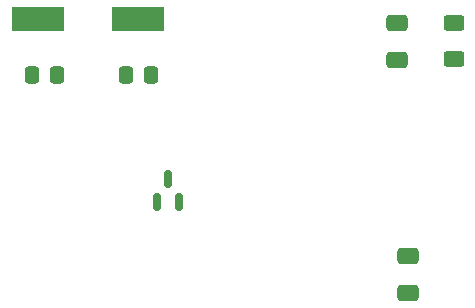
<source format=gbp>
G04 #@! TF.GenerationSoftware,KiCad,Pcbnew,6.0.7-1.fc36*
G04 #@! TF.CreationDate,2022-08-13T19:37:31+02:00*
G04 #@! TF.ProjectId,drahtlos_klingel,64726168-746c-46f7-935f-6b6c696e6765,rev?*
G04 #@! TF.SameCoordinates,Original*
G04 #@! TF.FileFunction,Paste,Bot*
G04 #@! TF.FilePolarity,Positive*
%FSLAX46Y46*%
G04 Gerber Fmt 4.6, Leading zero omitted, Abs format (unit mm)*
G04 Created by KiCad (PCBNEW 6.0.7-1.fc36) date 2022-08-13 19:37:31*
%MOMM*%
%LPD*%
G01*
G04 APERTURE LIST*
G04 Aperture macros list*
%AMRoundRect*
0 Rectangle with rounded corners*
0 $1 Rounding radius*
0 $2 $3 $4 $5 $6 $7 $8 $9 X,Y pos of 4 corners*
0 Add a 4 corners polygon primitive as box body*
4,1,4,$2,$3,$4,$5,$6,$7,$8,$9,$2,$3,0*
0 Add four circle primitives for the rounded corners*
1,1,$1+$1,$2,$3*
1,1,$1+$1,$4,$5*
1,1,$1+$1,$6,$7*
1,1,$1+$1,$8,$9*
0 Add four rect primitives between the rounded corners*
20,1,$1+$1,$2,$3,$4,$5,0*
20,1,$1+$1,$4,$5,$6,$7,0*
20,1,$1+$1,$6,$7,$8,$9,0*
20,1,$1+$1,$8,$9,$2,$3,0*%
G04 Aperture macros list end*
%ADD10RoundRect,0.250000X0.625000X-0.400000X0.625000X0.400000X-0.625000X0.400000X-0.625000X-0.400000X0*%
%ADD11RoundRect,0.250000X0.650000X-0.412500X0.650000X0.412500X-0.650000X0.412500X-0.650000X-0.412500X0*%
%ADD12RoundRect,0.150000X0.150000X-0.587500X0.150000X0.587500X-0.150000X0.587500X-0.150000X-0.587500X0*%
%ADD13R,4.500000X2.000000*%
%ADD14RoundRect,0.250000X-0.337500X-0.475000X0.337500X-0.475000X0.337500X0.475000X-0.337500X0.475000X0*%
%ADD15RoundRect,0.250000X0.337500X0.475000X-0.337500X0.475000X-0.337500X-0.475000X0.337500X-0.475000X0*%
G04 APERTURE END LIST*
D10*
X69400000Y-52650000D03*
X69400000Y-49550000D03*
D11*
X64643000Y-52743500D03*
X64643000Y-49618500D03*
X65532000Y-72428500D03*
X65532000Y-69303500D03*
D12*
X45234000Y-62825200D03*
X46184000Y-64700200D03*
X44284000Y-64700200D03*
D13*
X42703000Y-49278500D03*
X34203000Y-49278500D03*
D14*
X33703000Y-54018500D03*
X35778000Y-54018500D03*
D15*
X43740500Y-54018500D03*
X41665500Y-54018500D03*
M02*

</source>
